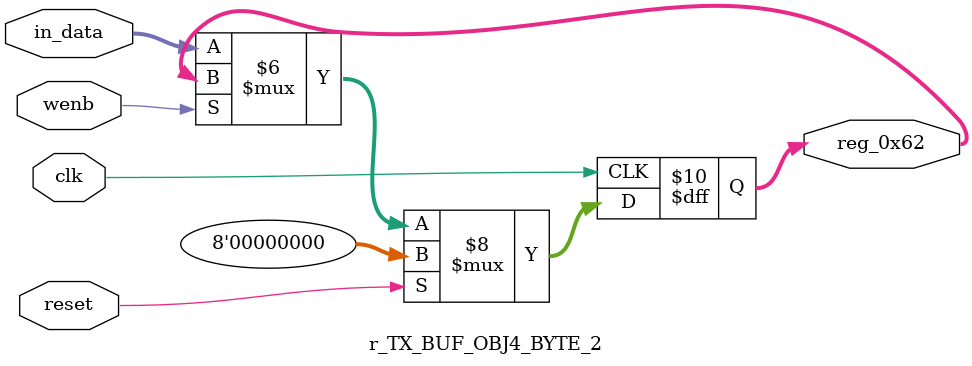
<source format=v>
module r_TX_BUF_OBJ4_BYTE_2(output reg [7:0] reg_0x62, input wire reset, input wire wenb, input wire [7:0] in_data, input wire clk);
	always@(posedge clk)
	begin
		if(reset==0) begin
			if(wenb==0)
				reg_0x62<=in_data;
			else
				reg_0x62<=reg_0x62;
		end
		else
			reg_0x62<=8'h00;
	end
endmodule
</source>
